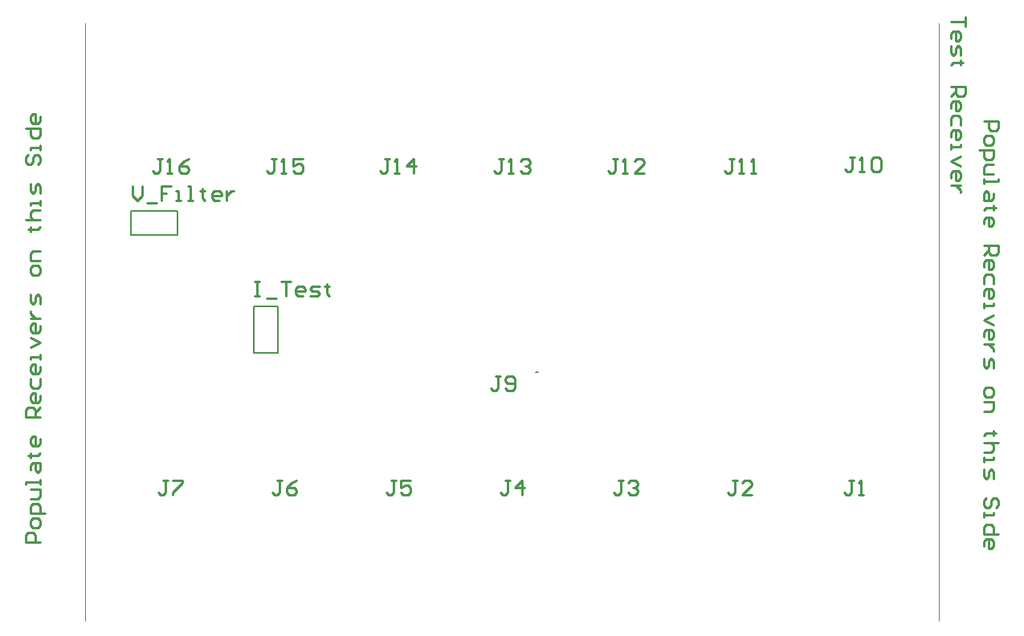
<source format=gto>
G04*
G04 #@! TF.GenerationSoftware,Altium Limited,Altium Designer,21.1.1 (26)*
G04*
G04 Layer_Color=65535*
%FSLAX25Y25*%
%MOIN*%
G70*
G04*
G04 #@! TF.SameCoordinates,037F275B-A6FD-482A-AA4E-5CA96C5587D5*
G04*
G04*
G04 #@! TF.FilePolarity,Positive*
G04*
G01*
G75*
%ADD10C,0.00787*%
%ADD11C,0.00394*%
%ADD12C,0.01000*%
D10*
X345285Y240905D02*
X344498D01*
X345285D01*
X227284Y256279D02*
Y268347D01*
Y249055D02*
Y261280D01*
Y249055D02*
X237283D01*
Y268347D01*
X227284D02*
X237283D01*
X176433Y298000D02*
X188500D01*
X183500D02*
X195724D01*
Y308000D01*
X176433D02*
X195724D01*
X176433Y298000D02*
Y308000D01*
D11*
X511811Y137795D02*
Y385827D01*
X157480Y137795D02*
Y385827D01*
D12*
X426635Y329771D02*
X424635D01*
X425635D01*
Y324772D01*
X424635Y323773D01*
X423636D01*
X422636Y324772D01*
X428634Y323773D02*
X430633D01*
X429634D01*
Y329771D01*
X428634Y328771D01*
X433632Y323773D02*
X435632D01*
X434632D01*
Y329771D01*
X433632Y328771D01*
X227900Y278698D02*
X229899D01*
X228900D01*
Y272700D01*
X227900D01*
X229899D01*
X232898Y271700D02*
X236897D01*
X238896Y278698D02*
X242895D01*
X240896D01*
Y272700D01*
X247894D02*
X245894D01*
X244895Y273700D01*
Y275699D01*
X245894Y276699D01*
X247894D01*
X248893Y275699D01*
Y274699D01*
X244895D01*
X250893Y272700D02*
X253892D01*
X254891Y273700D01*
X253892Y274699D01*
X251892D01*
X250893Y275699D01*
X251892Y276699D01*
X254891D01*
X257890Y277698D02*
Y276699D01*
X256891D01*
X258890D01*
X257890D01*
Y273700D01*
X258890Y272700D01*
X522746Y388764D02*
Y384765D01*
Y386764D01*
X516748D01*
Y379767D02*
Y381766D01*
X517748Y382766D01*
X519747D01*
X520747Y381766D01*
Y379767D01*
X519747Y378767D01*
X518747D01*
Y382766D01*
X516748Y376768D02*
Y373769D01*
X517748Y372769D01*
X518747Y373769D01*
Y375768D01*
X519747Y376768D01*
X520747Y375768D01*
Y372769D01*
X521746Y369770D02*
X520747D01*
Y370770D01*
Y368770D01*
Y369770D01*
X517748D01*
X516748Y368770D01*
Y359773D02*
X522746D01*
Y356774D01*
X521746Y355774D01*
X519747D01*
X518747Y356774D01*
Y359773D01*
Y357774D02*
X516748Y355774D01*
Y350776D02*
Y352775D01*
X517748Y353775D01*
X519747D01*
X520747Y352775D01*
Y350776D01*
X519747Y349776D01*
X518747D01*
Y353775D01*
X520747Y343778D02*
Y346777D01*
X519747Y347777D01*
X517748D01*
X516748Y346777D01*
Y343778D01*
Y338780D02*
Y340779D01*
X517748Y341779D01*
X519747D01*
X520747Y340779D01*
Y338780D01*
X519747Y337780D01*
X518747D01*
Y341779D01*
X516748Y335781D02*
Y333782D01*
Y334781D01*
X520747D01*
Y335781D01*
Y330783D02*
X516748Y328783D01*
X520747Y326784D01*
X516748Y321785D02*
Y323785D01*
X517748Y324784D01*
X519747D01*
X520747Y323785D01*
Y321785D01*
X519747Y320786D01*
X518747D01*
Y324784D01*
X520747Y318786D02*
X516748D01*
X518747D01*
X519747Y317787D01*
X520747Y316787D01*
Y315787D01*
X138733Y170291D02*
X132735D01*
Y173290D01*
X133735Y174290D01*
X135734D01*
X136734Y173290D01*
Y170291D01*
X138733Y177289D02*
Y179288D01*
X137733Y180288D01*
X135734D01*
X134734Y179288D01*
Y177289D01*
X135734Y176289D01*
X137733D01*
X138733Y177289D01*
X140732Y182288D02*
X134734D01*
Y185286D01*
X135734Y186286D01*
X137733D01*
X138733Y185286D01*
Y182288D01*
X134734Y188286D02*
X137733D01*
X138733Y189285D01*
Y192284D01*
X134734D01*
X138733Y194284D02*
Y196283D01*
Y195283D01*
X132735D01*
Y194284D01*
X134734Y200282D02*
Y202281D01*
X135734Y203281D01*
X138733D01*
Y200282D01*
X137733Y199282D01*
X136734Y200282D01*
Y203281D01*
X133735Y206280D02*
X134734D01*
Y205280D01*
Y207279D01*
Y206280D01*
X137733D01*
X138733Y207279D01*
Y213277D02*
Y211278D01*
X137733Y210278D01*
X135734D01*
X134734Y211278D01*
Y213277D01*
X135734Y214277D01*
X136734D01*
Y210278D01*
X138733Y222274D02*
X132735D01*
Y225273D01*
X133735Y226273D01*
X135734D01*
X136734Y225273D01*
Y222274D01*
Y224274D02*
X138733Y226273D01*
Y231272D02*
Y229272D01*
X137733Y228273D01*
X135734D01*
X134734Y229272D01*
Y231272D01*
X135734Y232271D01*
X136734D01*
Y228273D01*
X134734Y238269D02*
Y235270D01*
X135734Y234271D01*
X137733D01*
X138733Y235270D01*
Y238269D01*
Y243268D02*
Y241268D01*
X137733Y240269D01*
X135734D01*
X134734Y241268D01*
Y243268D01*
X135734Y244267D01*
X136734D01*
Y240269D01*
X138733Y246267D02*
Y248266D01*
Y247266D01*
X134734D01*
Y246267D01*
Y251265D02*
X138733Y253264D01*
X134734Y255264D01*
X138733Y260262D02*
Y258263D01*
X137733Y257263D01*
X135734D01*
X134734Y258263D01*
Y260262D01*
X135734Y261262D01*
X136734D01*
Y257263D01*
X134734Y263261D02*
X138733D01*
X136734D01*
X135734Y264261D01*
X134734Y265261D01*
Y266260D01*
X138733Y269259D02*
Y272258D01*
X137733Y273258D01*
X136734Y272258D01*
Y270259D01*
X135734Y269259D01*
X134734Y270259D01*
Y273258D01*
X138733Y282255D02*
Y284255D01*
X137733Y285254D01*
X135734D01*
X134734Y284255D01*
Y282255D01*
X135734Y281255D01*
X137733D01*
X138733Y282255D01*
Y287253D02*
X134734D01*
Y290252D01*
X135734Y291252D01*
X138733D01*
X133735Y300249D02*
X134734D01*
Y299250D01*
Y301249D01*
Y300249D01*
X137733D01*
X138733Y301249D01*
X132735Y304248D02*
X138733D01*
X135734D01*
X134734Y305248D01*
Y307247D01*
X135734Y308247D01*
X138733D01*
Y310246D02*
Y312245D01*
Y311246D01*
X134734D01*
Y310246D01*
X138733Y315244D02*
Y318244D01*
X137733Y319243D01*
X136734Y318244D01*
Y316244D01*
X135734Y315244D01*
X134734Y316244D01*
Y319243D01*
X133735Y331239D02*
X132735Y330240D01*
Y328240D01*
X133735Y327241D01*
X134734D01*
X135734Y328240D01*
Y330240D01*
X136734Y331239D01*
X137733D01*
X138733Y330240D01*
Y328240D01*
X137733Y327241D01*
X138733Y333239D02*
Y335238D01*
Y334238D01*
X134734D01*
Y333239D01*
X132735Y342236D02*
X138733D01*
Y339237D01*
X137733Y338237D01*
X135734D01*
X134734Y339237D01*
Y342236D01*
X138733Y347234D02*
Y345235D01*
X137733Y344235D01*
X135734D01*
X134734Y345235D01*
Y347234D01*
X135734Y348234D01*
X136734D01*
Y344235D01*
X530558Y345457D02*
X536556D01*
Y342458D01*
X535557Y341458D01*
X533557D01*
X532558Y342458D01*
Y345457D01*
X530558Y338459D02*
Y336460D01*
X531558Y335460D01*
X533557D01*
X534557Y336460D01*
Y338459D01*
X533557Y339459D01*
X531558D01*
X530558Y338459D01*
X528559Y333461D02*
X534557D01*
Y330462D01*
X533557Y329462D01*
X531558D01*
X530558Y330462D01*
Y333461D01*
X534557Y327463D02*
X531558D01*
X530558Y326463D01*
Y323464D01*
X534557D01*
X530558Y321464D02*
Y319465D01*
Y320465D01*
X536556D01*
Y321464D01*
X534557Y315466D02*
Y313467D01*
X533557Y312467D01*
X530558D01*
Y315466D01*
X531558Y316466D01*
X532558Y315466D01*
Y312467D01*
X535557Y309468D02*
X534557D01*
Y310468D01*
Y308469D01*
Y309468D01*
X531558D01*
X530558Y308469D01*
Y302471D02*
Y304470D01*
X531558Y305470D01*
X533557D01*
X534557Y304470D01*
Y302471D01*
X533557Y301471D01*
X532558D01*
Y305470D01*
X530558Y293474D02*
X536556D01*
Y290475D01*
X535557Y289475D01*
X533557D01*
X532558Y290475D01*
Y293474D01*
Y291474D02*
X530558Y289475D01*
Y284476D02*
Y286476D01*
X531558Y287475D01*
X533557D01*
X534557Y286476D01*
Y284476D01*
X533557Y283477D01*
X532558D01*
Y287475D01*
X534557Y277479D02*
Y280478D01*
X533557Y281477D01*
X531558D01*
X530558Y280478D01*
Y277479D01*
Y272480D02*
Y274480D01*
X531558Y275479D01*
X533557D01*
X534557Y274480D01*
Y272480D01*
X533557Y271481D01*
X532558D01*
Y275479D01*
X530558Y269481D02*
Y267482D01*
Y268482D01*
X534557D01*
Y269481D01*
Y264483D02*
X530558Y262484D01*
X534557Y260484D01*
X530558Y255486D02*
Y257485D01*
X531558Y258485D01*
X533557D01*
X534557Y257485D01*
Y255486D01*
X533557Y254486D01*
X532558D01*
Y258485D01*
X534557Y252487D02*
X530558D01*
X532558D01*
X533557Y251487D01*
X534557Y250487D01*
Y249488D01*
X530558Y246489D02*
Y243490D01*
X531558Y242490D01*
X532558Y243490D01*
Y245489D01*
X533557Y246489D01*
X534557Y245489D01*
Y242490D01*
X530558Y233493D02*
Y231494D01*
X531558Y230494D01*
X533557D01*
X534557Y231494D01*
Y233493D01*
X533557Y234493D01*
X531558D01*
X530558Y233493D01*
Y228495D02*
X534557D01*
Y225496D01*
X533557Y224496D01*
X530558D01*
X535557Y215499D02*
X534557D01*
Y216498D01*
Y214499D01*
Y215499D01*
X531558D01*
X530558Y214499D01*
X536556Y211500D02*
X530558D01*
X533557D01*
X534557Y210500D01*
Y208501D01*
X533557Y207501D01*
X530558D01*
Y205502D02*
Y203503D01*
Y204502D01*
X534557D01*
Y205502D01*
X530558Y200504D02*
Y197505D01*
X531558Y196505D01*
X532558Y197505D01*
Y199504D01*
X533557Y200504D01*
X534557Y199504D01*
Y196505D01*
X535557Y184509D02*
X536556Y185508D01*
Y187508D01*
X535557Y188507D01*
X534557D01*
X533557Y187508D01*
Y185508D01*
X532558Y184509D01*
X531558D01*
X530558Y185508D01*
Y187508D01*
X531558Y188507D01*
X530558Y182509D02*
Y180510D01*
Y181510D01*
X534557D01*
Y182509D01*
X536556Y173512D02*
X530558D01*
Y176511D01*
X531558Y177511D01*
X533557D01*
X534557Y176511D01*
Y173512D01*
X530558Y168514D02*
Y170513D01*
X531558Y171513D01*
X533557D01*
X534557Y170513D01*
Y168514D01*
X533557Y167514D01*
X532558D01*
Y171513D01*
X177000Y318398D02*
Y314399D01*
X178999Y312400D01*
X180999Y314399D01*
Y318398D01*
X182998Y311400D02*
X186997D01*
X192995Y318398D02*
X188996D01*
Y315399D01*
X190996D01*
X188996D01*
Y312400D01*
X194994D02*
X196994D01*
X195994D01*
Y316399D01*
X194994D01*
X199993Y312400D02*
X201992D01*
X200992D01*
Y318398D01*
X199993D01*
X205991Y317398D02*
Y316399D01*
X204991D01*
X206990D01*
X205991D01*
Y313400D01*
X206990Y312400D01*
X212988D02*
X210989D01*
X209989Y313400D01*
Y315399D01*
X210989Y316399D01*
X212988D01*
X213988Y315399D01*
Y314399D01*
X209989D01*
X215987Y316399D02*
Y312400D01*
Y314399D01*
X216987Y315399D01*
X217987Y316399D01*
X218986D01*
X329709Y239219D02*
X327710D01*
X328709D01*
Y234221D01*
X327710Y233221D01*
X326710D01*
X325710Y234221D01*
X331708D02*
X332708Y233221D01*
X334707D01*
X335707Y234221D01*
Y238220D01*
X334707Y239219D01*
X332708D01*
X331708Y238220D01*
Y237220D01*
X332708Y236221D01*
X335707D01*
X189415Y329771D02*
X187415D01*
X188415D01*
Y324772D01*
X187415Y323773D01*
X186416D01*
X185416Y324772D01*
X191414Y323773D02*
X193413D01*
X192414D01*
Y329771D01*
X191414Y328771D01*
X200411Y329771D02*
X198412Y328771D01*
X196412Y326772D01*
Y324772D01*
X197412Y323773D01*
X199411D01*
X200411Y324772D01*
Y325772D01*
X199411Y326772D01*
X196412D01*
X236659Y329771D02*
X234659D01*
X235659D01*
Y324772D01*
X234659Y323773D01*
X233660D01*
X232660Y324772D01*
X238658Y323773D02*
X240657D01*
X239658D01*
Y329771D01*
X238658Y328771D01*
X247655Y329771D02*
X243656D01*
Y326772D01*
X245656Y327771D01*
X246655D01*
X247655Y326772D01*
Y324772D01*
X246655Y323773D01*
X244656D01*
X243656Y324772D01*
X283903Y329771D02*
X281903D01*
X282903D01*
Y324772D01*
X281903Y323773D01*
X280904D01*
X279904Y324772D01*
X285902Y323773D02*
X287901D01*
X286902D01*
Y329771D01*
X285902Y328771D01*
X293899Y323773D02*
Y329771D01*
X290900Y326772D01*
X294899D01*
X331147Y329771D02*
X329147D01*
X330147D01*
Y324772D01*
X329147Y323773D01*
X328148D01*
X327148Y324772D01*
X333146Y323773D02*
X335145D01*
X334146D01*
Y329771D01*
X333146Y328771D01*
X338144D02*
X339144Y329771D01*
X341144D01*
X342143Y328771D01*
Y327771D01*
X341144Y326772D01*
X340144D01*
X341144D01*
X342143Y325772D01*
Y324772D01*
X341144Y323773D01*
X339144D01*
X338144Y324772D01*
X378391Y329771D02*
X376392D01*
X377391D01*
Y324772D01*
X376392Y323773D01*
X375392D01*
X374392Y324772D01*
X380390Y323773D02*
X382390D01*
X381390D01*
Y329771D01*
X380390Y328771D01*
X389387Y323773D02*
X385389D01*
X389387Y327771D01*
Y328771D01*
X388388Y329771D01*
X386388D01*
X385389Y328771D01*
X476816Y330164D02*
X474817D01*
X475816D01*
Y325166D01*
X474817Y324166D01*
X473817D01*
X472817Y325166D01*
X478815Y324166D02*
X480815D01*
X479815D01*
Y330164D01*
X478815Y329165D01*
X483814D02*
X484813Y330164D01*
X486813D01*
X487813Y329165D01*
Y325166D01*
X486813Y324166D01*
X484813D01*
X483814Y325166D01*
Y329165D01*
X191914Y195912D02*
X189914D01*
X190914D01*
Y190914D01*
X189914Y189914D01*
X188915D01*
X187915Y190914D01*
X193913Y195912D02*
X197912D01*
Y194913D01*
X193913Y190914D01*
Y189914D01*
X239158Y195912D02*
X237158D01*
X238158D01*
Y190914D01*
X237158Y189914D01*
X236159D01*
X235159Y190914D01*
X245156Y195912D02*
X243157Y194913D01*
X241157Y192913D01*
Y190914D01*
X242157Y189914D01*
X244156D01*
X245156Y190914D01*
Y191914D01*
X244156Y192913D01*
X241157D01*
X286402Y195912D02*
X284402D01*
X285402D01*
Y190914D01*
X284402Y189914D01*
X283403D01*
X282403Y190914D01*
X292400Y195912D02*
X288401D01*
Y192913D01*
X290401Y193913D01*
X291400D01*
X292400Y192913D01*
Y190914D01*
X291400Y189914D01*
X289401D01*
X288401Y190914D01*
X333646Y195912D02*
X331647D01*
X332646D01*
Y190914D01*
X331647Y189914D01*
X330647D01*
X329647Y190914D01*
X338644Y189914D02*
Y195912D01*
X335645Y192913D01*
X339644D01*
X380890Y195912D02*
X378891D01*
X379890D01*
Y190914D01*
X378891Y189914D01*
X377891D01*
X376891Y190914D01*
X382889Y194913D02*
X383889Y195912D01*
X385889D01*
X386888Y194913D01*
Y193913D01*
X385889Y192913D01*
X384889D01*
X385889D01*
X386888Y191914D01*
Y190914D01*
X385889Y189914D01*
X383889D01*
X382889Y190914D01*
X428134Y195912D02*
X426135D01*
X427135D01*
Y190914D01*
X426135Y189914D01*
X425135D01*
X424135Y190914D01*
X434132Y189914D02*
X430133D01*
X434132Y193913D01*
Y194913D01*
X433133Y195912D01*
X431133D01*
X430133Y194913D01*
X476378Y195912D02*
X474379D01*
X475378D01*
Y190914D01*
X474379Y189914D01*
X473379D01*
X472379Y190914D01*
X478377Y189914D02*
X480377D01*
X479377D01*
Y195912D01*
X478377Y194913D01*
M02*

</source>
